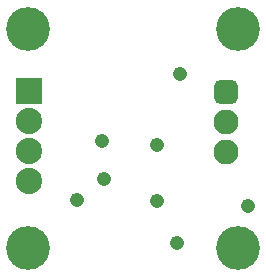
<source format=gbr>
%TF.GenerationSoftware,Altium Limited,Altium Designer,25.7.1 (20)*%
G04 Layer_Color=16711935*
%FSLAX45Y45*%
%MOMM*%
%TF.SameCoordinates,8EC0096B-1770-4E53-A1A5-517F8E17CF1D*%
%TF.FilePolarity,Negative*%
%TF.FileFunction,Soldermask,Bot*%
%TF.Part,Single*%
G01*
G75*
%TA.AperFunction,ComponentPad*%
%ADD36C,2.10800*%
%ADD37C,2.23300*%
G04:AMPARAMS|DCode=38|XSize=2.108mm|YSize=2.108mm|CornerRadius=0.654mm|HoleSize=0mm|Usage=FLASHONLY|Rotation=270.000|XOffset=0mm|YOffset=0mm|HoleType=Round|Shape=RoundedRectangle|*
%AMROUNDEDRECTD38*
21,1,2.10800,0.80000,0,0,270.0*
21,1,0.80000,2.10800,0,0,270.0*
1,1,1.30800,-0.40000,-0.40000*
1,1,1.30800,-0.40000,0.40000*
1,1,1.30800,0.40000,0.40000*
1,1,1.30800,0.40000,-0.40000*
%
%ADD38ROUNDEDRECTD38*%
%ADD39R,2.23300X2.23300*%
%TA.AperFunction,WasherPad*%
%ADD40C,3.70800*%
%TA.AperFunction,ViaPad*%
%ADD41C,1.20800*%
D36*
X2032000Y1143000D02*
D03*
Y1397000D02*
D03*
D37*
X358140Y894080D02*
D03*
Y1402080D02*
D03*
Y1148080D02*
D03*
D38*
X2032000Y1651000D02*
D03*
D39*
X358140Y1656080D02*
D03*
D40*
X2129790Y330180D02*
D03*
X355600D02*
D03*
X2132330Y2184400D02*
D03*
X355600D02*
D03*
D41*
X1643380Y1803400D02*
D03*
X2214880Y683260D02*
D03*
X1619250Y370136D02*
D03*
X1447800Y1201420D02*
D03*
X980440Y1231900D02*
D03*
X995680Y909320D02*
D03*
X1445260Y723900D02*
D03*
X772160Y736600D02*
D03*
%TF.MD5,589ea68dcd654f6ea63ff7eff78e0567*%
M02*

</source>
